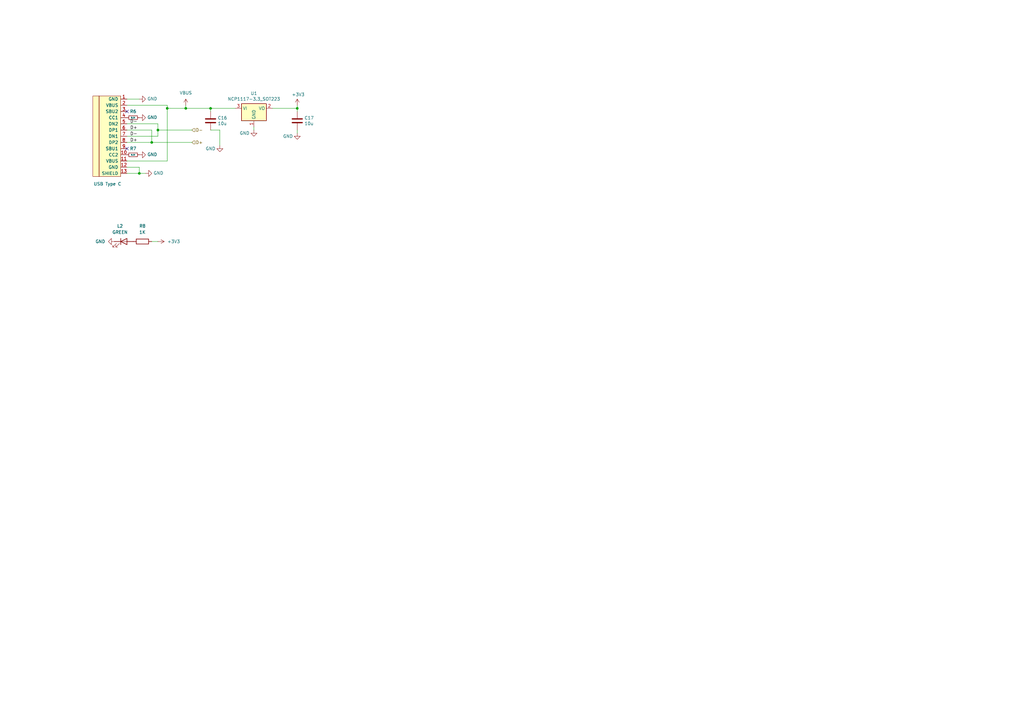
<source format=kicad_sch>
(kicad_sch (version 20231120) (generator "eeschema") (generator_version "8.0")
  (paper "A3")
  (title_block (title "Versa") (date "2024-12-29") (rev "1.0") (company "Mikhail Matveev") (comment 1 "https://github.com/xtremespb/versa"))
  (lib_symbols
    (symbol "+3V3_1" (power) (pin_numbers hide) (pin_names (offset 0) hide)
      (property "Value" "+3V3" (at 0 3.556 0))
      (symbol "+3V3_1_0_1"
        (polyline (pts (xy -0.762 1.27) (xy 0 2.54)))
        (polyline (pts (xy 0 0) (xy 0 2.54)))
        (polyline (pts (xy 0 2.54) (xy 0.762 1.27)))
      )
      (symbol "+3V3_1_1_1"
        (pin power_in line (at 0 0 90) (length 0) (name "~") (number "1"))
      )
    )
    (symbol "Device:C" (pin_numbers hide) (pin_names (offset 0.254))
      (property "Reference" "C" (at 0.635 2.54 0))
      (property "Value" "C" (at 0.635 -2.54 0))
      (symbol "C_0_1"
        (polyline (pts (xy -2.032 -0.762) (xy 2.032 -0.762)) (stroke (width 0.508)))
        (polyline (pts (xy -2.032 0.762) (xy 2.032 0.762)) (stroke (width 0.508)))
      )
      (symbol "C_1_1"
        (pin passive line (at 0 3.81 270) (length 2.794) (name "~") (number "1"))
        (pin passive line (at 0 -3.81 90) (length 2.794) (name "~") (number "2"))
      )
    )
    (symbol "Device:LED" (pin_numbers hide) (pin_names (offset 1.016) hide)
      (property "Reference" "D" (at 0 2.54 0))
      (property "Value" "LED" (at 0 -2.54 0))
      (symbol "LED_0_1"
        (polyline (pts (xy -1.27 -1.27) (xy -1.27 1.27)) (stroke (width 0.254)))
        (polyline (pts (xy -1.27 0) (xy 1.27 0)))
        (polyline (pts (xy 1.27 -1.27) (xy 1.27 1.27) (xy -1.27 0) (xy 1.27 -1.27)) (stroke (width 0.254)))
        (polyline (pts (xy -3.048 -0.762) (xy -4.572 -2.286) (xy -3.81 -2.286) (xy -4.572 -2.286) (xy -4.572 -1.524)))
        (polyline (pts (xy -1.778 -0.762) (xy -3.302 -2.286) (xy -2.54 -2.286) (xy -3.302 -2.286) (xy -3.302 -1.524)))
      )
      (symbol "LED_1_1"
        (pin passive line (at -3.81 0 0) (length 2.54) (name "K") (number "1"))
        (pin passive line (at 3.81 0 180) (length 2.54) (name "A") (number "2"))
      )
    )
    (symbol "Device:R" (pin_numbers hide) (pin_names (offset 0))
      (property "Reference" "R" (at 2.032 0 90))
      (property "Value" "R" (at 0 0 90))
      (symbol "R_0_1"
        (rectangle (start -1.016 -2.54) (end 1.016 2.54) (stroke (width 0.254)))
      )
      (symbol "R_1_1"
        (pin passive line (at 0 3.81 270) (length 1.27) (name "~") (number "1"))
        (pin passive line (at 0 -3.81 90) (length 1.27) (name "~") (number "2"))
      )
    )
    (symbol "Device:R_Small" (pin_numbers hide) (pin_names (offset 0.254) hide)
      (property "Reference" "R" (at 0.762 0.508 0))
      (property "Value" "R_Small" (at 0.762 -1.016 0))
      (symbol "R_Small_0_1"
        (rectangle (start -0.762 1.778) (end 0.762 -1.778) (stroke (width 0.2032)))
      )
      (symbol "R_Small_1_1"
        (pin passive line (at 0 2.54 270) (length 0.762) (name "~") (number "1"))
        (pin passive line (at 0 -2.54 90) (length 0.762) (name "~") (number "2"))
      )
    )
    (symbol "GND_2" (power) (pin_numbers hide) (pin_names (offset 0) hide)
      (property "Value" "GND" (at 0 -3.81 0))
      (symbol "GND_2_0_1"
        (polyline (pts (xy 0 0) (xy 0 -1.27) (xy 1.27 -1.27) (xy 0 -2.54) (xy -1.27 -1.27) (xy 0 -1.27)))
      )
      (symbol "GND_2_1_1"
        (pin power_in line (at 0 0 270) (length 0) (name "~") (number "1"))
      )
    )
    (symbol "Regulator_Linear:NCP1117-3.3_SOT223"
      (property "Reference" "U" (at -3.81 3.175 0))
      (property "Value" "NCP1117-3.3_SOT223" (at 0 3.175 0))
      (symbol "NCP1117-3.3_SOT223_0_1"
        (rectangle (start -5.08 -5.08) (end 5.08 1.905) (stroke (width 0.254)) (fill (type background)))
      )
      (symbol "NCP1117-3.3_SOT223_1_1"
        (pin power_in line (at 0 -7.62 90) (length 2.54) (name "GND") (number "1"))
        (pin power_out line (at 7.62 0 180) (length 2.54) (name "VO") (number "2"))
        (pin power_in line (at -7.62 0 0) (length 2.54) (name "VI") (number "3"))
      )
    )
    (symbol "Type-C:HRO-TYPE-C-31-M-12" (pin_names (offset 1.016))
      (property "Reference" "USB" (at -5.08 16.51 0))
      (property "Value" "HRO-TYPE-C-31-M-12" (at -10.16 -1.27 90))
      (symbol "HRO-TYPE-C-31-M-12_0_1"
        (rectangle (start -11.43 15.24) (end -8.89 -17.78) (fill (type background)))
        (rectangle (start 0 -17.78) (end -8.89 15.24) (fill (type background)))
      )
      (symbol "HRO-TYPE-C-31-M-12_1_1"
        (pin input line (at 2.54 13.97 180) (length 2.54) (name "GND") (number "1"))
        (pin input line (at 2.54 -8.89 180) (length 2.54) (name "CC2") (number "10"))
        (pin input line (at 2.54 -11.43 180) (length 2.54) (name "VBUS") (number "11"))
        (pin input line (at 2.54 -13.97 180) (length 2.54) (name "GND") (number "12"))
        (pin input line (at 2.54 -16.51 180) (length 2.54) (name "SHIELD") (number "13"))
        (pin input line (at 2.54 11.43 180) (length 2.54) (name "VBUS") (number "2"))
        (pin input line (at 2.54 8.89 180) (length 2.54) (name "SBU2") (number "3"))
        (pin input line (at 2.54 6.35 180) (length 2.54) (name "CC1") (number "4"))
        (pin input line (at 2.54 3.81 180) (length 2.54) (name "DN2") (number "5"))
        (pin input line (at 2.54 1.27 180) (length 2.54) (name "DP1") (number "6"))
        (pin input line (at 2.54 -1.27 180) (length 2.54) (name "DN1") (number "7"))
        (pin input line (at 2.54 -3.81 180) (length 2.54) (name "DP2") (number "8"))
        (pin input line (at 2.54 -6.35 180) (length 2.54) (name "SBU1") (number "9"))
      )
    )
    (symbol "power:+3V3" (power) (pin_names (offset 0))
      (property "Value" "+3V3" (at 0 3.556 0))
      (symbol "+3V3_0_1"
        (polyline (pts (xy -0.762 1.27) (xy 0 2.54)))
        (polyline (pts (xy 0 0) (xy 0 2.54)))
        (polyline (pts (xy 0 2.54) (xy 0.762 1.27)))
      )
      (symbol "+3V3_1_1"
        (pin power_in line (at 0 0 90) (length 0) hide (name "+3V3") (number "1"))
      )
    )
    (symbol "power:GND" (power) (pin_names (offset 0))
      (property "Value" "GND" (at 0 -3.81 0))
      (symbol "GND_0_1"
        (polyline (pts (xy 0 0) (xy 0 -1.27) (xy 1.27 -1.27) (xy 0 -2.54) (xy -1.27 -1.27) (xy 0 -1.27)))
      )
      (symbol "GND_1_1"
        (pin power_in line (at 0 0 270) (length 0) hide (name "GND") (number "1"))
      )
    )
    (symbol "power:VBUS" (power) (pin_numbers hide) (pin_names (offset 0) hide)
      (property "Value" "VBUS" (at 0 3.556 0))
      (symbol "VBUS_0_1"
        (polyline (pts (xy -0.762 1.27) (xy 0 2.54)))
        (polyline (pts (xy 0 0) (xy 0 2.54)))
        (polyline (pts (xy 0 2.54) (xy 0.762 1.27)))
      )
      (symbol "VBUS_1_1"
        (pin power_in line (at 0 0 90) (length 0) (name "~") (number "1"))
      )
    )
  )
  (junction (at 68.58 44.45))
  (junction (at 62.23 58.42))
  (junction (at 76.2 44.45))
  (junction (at 86.36 44.45))
  (junction (at 57.15 71.12))
  (junction (at 121.92 44.45))
  (junction (at 64.77 53.34))
  (no_connect (at 52.07 60.96))
  (no_connect (at 52.07 45.72))
  (wire (pts (xy 52.07 43.18) (xy 68.58 43.18)))
  (wire (pts (xy 52.07 53.34) (xy 62.23 53.34)))
  (wire (pts (xy 76.2 44.45) (xy 86.36 44.45)))
  (wire (pts (xy 96.52 44.45) (xy 86.36 44.45)))
  (wire (pts (xy 121.92 44.45) (xy 121.92 43.18)))
  (wire (pts (xy 57.15 71.12) (xy 59.69 71.12)))
  (wire (pts (xy 76.2 43.18) (xy 76.2 44.45)))
  (wire (pts (xy 57.15 68.58) (xy 57.15 71.12)))
  (wire (pts (xy 68.58 66.04) (xy 52.07 66.04)))
  (wire (pts (xy 86.36 45.72) (xy 86.36 44.45)))
  (wire (pts (xy 121.92 45.72) (xy 121.92 44.45)))
  (wire (pts (xy 90.17 53.34) (xy 86.36 53.34)))
  (wire (pts (xy 111.76 44.45) (xy 121.92 44.45)))
  (wire (pts (xy 52.07 50.8) (xy 64.77 50.8)))
  (wire (pts (xy 52.07 55.88) (xy 64.77 55.88)))
  (wire (pts (xy 64.77 53.34) (xy 78.74 53.34)))
  (wire (pts (xy 68.58 44.45) (xy 68.58 66.04)))
  (wire (pts (xy 68.58 43.18) (xy 68.58 44.45)))
  (wire (pts (xy 64.77 53.34) (xy 64.77 55.88)))
  (wire (pts (xy 52.07 40.64) (xy 57.15 40.64)))
  (wire (pts (xy 121.92 53.34) (xy 121.92 54.61)))
  (wire (pts (xy 52.07 71.12) (xy 57.15 71.12)))
  (wire (pts (xy 52.07 58.42) (xy 62.23 58.42)))
  (wire (pts (xy 90.17 53.34) (xy 90.17 59.69)))
  (wire (pts (xy 52.07 68.58) (xy 57.15 68.58)))
  (wire (pts (xy 64.77 50.8) (xy 64.77 53.34)))
  (wire (pts (xy 62.23 99.06) (xy 64.77 99.06)))
  (wire (pts (xy 68.58 44.45) (xy 76.2 44.45)))
  (wire (pts (xy 104.14 52.07) (xy 104.14 53.34)))
  (wire (pts (xy 62.23 58.42) (xy 78.74 58.42)))
  (wire (pts (xy 62.23 53.34) (xy 62.23 58.42)))
  (label "D-" (at 53.34 55.88 0))
  (label "D+" (at 53.34 58.42 0))
  (label "D-" (at 53.34 50.8 0))
  (label "D+" (at 53.34 53.34 0))
  (hierarchical_label "D-" (shape input) (at 78.74 53.34 0))
  (hierarchical_label "D+" (shape input) (at 78.74 58.42 0))
  (symbol (lib_id "power:GND") (at 90.17 59.69 0) (unit 1)
    (property "Reference" "#PWR023" (effects (hide yes)))
    (property "Value" "GND" (at 86.36 60.96 0))
  )
  (symbol (lib_id "power:VBUS") (at 76.2 43.18 0) (unit 1)
    (property "Reference" "#PWR022" (effects (hide yes)))
    (property "Value" "VBUS" (at 76.2 38.1 0))
    (property "Description" "Power symbol creates a global label with name \"VBUS\"" (effects (hide yes)))
  )
  (symbol (lib_id "power:GND") (at 57.15 63.5 90) (unit 1)
    (property "Reference" "#PWR019" (effects (hide yes)))
    (property "Value" "GND" (at 60.4012 63.373 90) (effects (justify right)))
  )
  (symbol (lib_name "GND_2") (lib_id "power:GND") (at 46.99 99.06 270) (unit 1)
    (property "Reference" "#PWR016" (effects (hide yes)))
    (property "Value" "GND" (at 43.18 99.0599 90) (effects (justify right)))
    (property "Description" "Power symbol creates a global label with name \"GND\" , ground" (effects (hide yes)))
  )
  (symbol (lib_id "Device:LED") (at 50.8 99.06 0) (unit 1)
    (property "Reference" "L2" (at 49.2125 92.71 0))
    (property "Value" "GREEN" (at 49.2125 95.25 0))
    (property "Footprint" "LIBS:Medved_L_0805" (effects (hide yes)))
    (property "Description" "Light emitting diode" (effects (hide yes)))
  )
  (symbol (lib_id "Regulator_Linear:NCP1117-3.3_SOT223") (at 104.14 44.45 0) (unit 1)
    (property "Reference" "U1" (at 104.14 38.3032 0))
    (property "Value" "NCP1117-3.3_SOT223" (at 104.14 40.6146 0))
    (property "Footprint" "LIBS:Medved_SOT-223-3_TabPin2" (effects (hide yes)))
    (property "Datasheet" "http://www.onsemi.com/pub_link/Collateral/NCP1117-D.PDF" (effects (hide yes)))
  )
  (symbol (lib_id "Device:C") (at 121.92 49.53 0) (unit 1)
    (property "Reference" "C17" (at 124.841 48.3616 0) (effects (justify left)))
    (property "Value" "10u" (at 124.841 50.673 0) (effects (justify left)))
    (property "Footprint" "LIBS:Medved_C_0805" (effects (hide yes)))
  )
  (symbol (lib_id "Type-C:HRO-TYPE-C-31-M-12") (at 49.53 54.61 0) (unit 1)
    (property "Reference" "USB1" (effects (hide yes)))
    (property "Value" "USB Type C" (at 49.784 75.438 0) (effects (justify right)))
    (property "Footprint" "LIBS:USB-TYPE-C-31-M-12_lib2" (effects (hide yes)))
    (property "LCSC" "C165948" (effects (hide yes)))
  )
  (symbol (lib_id "Device:C") (at 86.36 49.53 0) (unit 1)
    (property "Reference" "C16" (at 89.281 48.3616 0) (effects (justify left)))
    (property "Value" "10u" (at 89.281 50.673 0) (effects (justify left)))
    (property "Footprint" "LIBS:Medved_C_0805" (effects (hide yes)))
  )
  (symbol (lib_id "Device:R") (at 58.42 99.06 90) (unit 1)
    (property "Reference" "R8" (at 58.42 92.71 90))
    (property "Value" "1K" (at 58.42 95.25 90))
    (property "Footprint" "LIBS:Medved_R_0805" (effects (hide yes)))
    (property "Description" "Resistor" (effects (hide yes)))
  )
  (symbol (lib_id "Device:R_Small") (at 54.61 63.5 270) (unit 1)
    (property "Reference" "R7" (at 54.61 60.96 90))
    (property "Value" "5.1K" (at 54.61 63.5 90) (effects (font (size 0.508 0.508))))
    (property "Footprint" "LIBS:Medved_R_0805" (effects (hide yes)))
    (property "LCSC" " " (effects (hide yes)))
  )
  (symbol (lib_id "power:GND") (at 57.15 48.26 90) (unit 1)
    (property "Reference" "#PWR018" (effects (hide yes)))
    (property "Value" "GND" (at 60.4012 48.133 90) (effects (justify right)))
  )
  (symbol (lib_id "power:GND") (at 121.92 54.61 0) (unit 1)
    (property "Reference" "#PWR026" (effects (hide yes)))
    (property "Value" "GND" (at 118.11 55.88 0))
  )
  (symbol (lib_id "power:+3V3") (at 121.92 43.18 0) (unit 1)
    (property "Reference" "#PWR025" (effects (hide yes)))
    (property "Value" "+3V3" (at 122.301 38.7858 0))
  )
  (symbol (lib_id "Device:R_Small") (at 54.61 48.26 270) (unit 1)
    (property "Reference" "R6" (at 54.61 45.72 90))
    (property "Value" "5.1K" (at 54.61 48.26 90) (effects (font (size 0.508 0.508))))
    (property "Footprint" "LIBS:Medved_R_0805" (effects (hide yes)))
    (property "LCSC" " " (effects (hide yes)))
  )
  (symbol (lib_id "power:GND") (at 57.15 40.64 90) (unit 1)
    (property "Reference" "#PWR017" (effects (hide yes)))
    (property "Value" "GND" (at 60.4012 40.513 90) (effects (justify right)))
  )
  (symbol (lib_id "power:GND") (at 59.69 71.12 90) (unit 1)
    (property "Reference" "#PWR020" (effects (hide yes)))
    (property "Value" "GND" (at 62.9412 70.993 90) (effects (justify right)))
  )
  (symbol (lib_name "+3V3_1") (lib_id "power:+3V3") (at 64.77 99.06 270) (unit 1)
    (property "Reference" "#PWR021" (effects (hide yes)))
    (property "Value" "+3V3" (at 68.58 99.0599 90) (effects (justify left)))
    (property "Description" "Power symbol creates a global label with name \"+3V3\"" (effects (hide yes)))
  )
  (symbol (lib_id "power:GND") (at 104.14 53.34 0) (unit 1)
    (property "Reference" "#PWR024" (effects (hide yes)))
    (property "Value" "GND" (at 100.33 54.61 0))
  )
)
</source>
